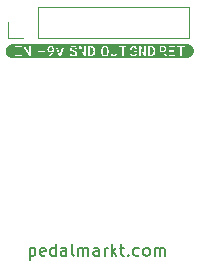
<source format=gbr>
%TF.GenerationSoftware,KiCad,Pcbnew,(6.0.9-0)*%
%TF.CreationDate,2024-03-23T13:24:56+01:00*%
%TF.ProjectId,pt-delay-minima-footswitch,70742d64-656c-4617-992d-6d696e696d61,rev?*%
%TF.SameCoordinates,Original*%
%TF.FileFunction,Legend,Top*%
%TF.FilePolarity,Positive*%
%FSLAX46Y46*%
G04 Gerber Fmt 4.6, Leading zero omitted, Abs format (unit mm)*
G04 Created by KiCad (PCBNEW (6.0.9-0)) date 2024-03-23 13:24:56*
%MOMM*%
%LPD*%
G01*
G04 APERTURE LIST*
%ADD10C,0.150000*%
%ADD11C,0.120000*%
%ADD12R,3.816000X3.816000*%
%ADD13O,4.200000X2.800000*%
%ADD14R,1.700000X1.700000*%
%ADD15O,1.700000X1.700000*%
%ADD16R,1.800000X1.800000*%
%ADD17C,1.800000*%
%ADD18C,1.600000*%
%ADD19O,1.600000X1.600000*%
G04 APERTURE END LIST*
D10*
%TO.C,SW1*%
X44565714Y-62777714D02*
X44565714Y-63777714D01*
X44565714Y-62825333D02*
X44660952Y-62777714D01*
X44851428Y-62777714D01*
X44946666Y-62825333D01*
X44994285Y-62872952D01*
X45041904Y-62968190D01*
X45041904Y-63253904D01*
X44994285Y-63349142D01*
X44946666Y-63396761D01*
X44851428Y-63444380D01*
X44660952Y-63444380D01*
X44565714Y-63396761D01*
X45851428Y-63396761D02*
X45756190Y-63444380D01*
X45565714Y-63444380D01*
X45470476Y-63396761D01*
X45422857Y-63301523D01*
X45422857Y-62920571D01*
X45470476Y-62825333D01*
X45565714Y-62777714D01*
X45756190Y-62777714D01*
X45851428Y-62825333D01*
X45899047Y-62920571D01*
X45899047Y-63015809D01*
X45422857Y-63111047D01*
X46756190Y-63444380D02*
X46756190Y-62444380D01*
X46756190Y-63396761D02*
X46660952Y-63444380D01*
X46470476Y-63444380D01*
X46375238Y-63396761D01*
X46327619Y-63349142D01*
X46280000Y-63253904D01*
X46280000Y-62968190D01*
X46327619Y-62872952D01*
X46375238Y-62825333D01*
X46470476Y-62777714D01*
X46660952Y-62777714D01*
X46756190Y-62825333D01*
X47660952Y-63444380D02*
X47660952Y-62920571D01*
X47613333Y-62825333D01*
X47518095Y-62777714D01*
X47327619Y-62777714D01*
X47232380Y-62825333D01*
X47660952Y-63396761D02*
X47565714Y-63444380D01*
X47327619Y-63444380D01*
X47232380Y-63396761D01*
X47184761Y-63301523D01*
X47184761Y-63206285D01*
X47232380Y-63111047D01*
X47327619Y-63063428D01*
X47565714Y-63063428D01*
X47660952Y-63015809D01*
X48280000Y-63444380D02*
X48184761Y-63396761D01*
X48137142Y-63301523D01*
X48137142Y-62444380D01*
X48660952Y-63444380D02*
X48660952Y-62777714D01*
X48660952Y-62872952D02*
X48708571Y-62825333D01*
X48803809Y-62777714D01*
X48946666Y-62777714D01*
X49041904Y-62825333D01*
X49089523Y-62920571D01*
X49089523Y-63444380D01*
X49089523Y-62920571D02*
X49137142Y-62825333D01*
X49232380Y-62777714D01*
X49375238Y-62777714D01*
X49470476Y-62825333D01*
X49518095Y-62920571D01*
X49518095Y-63444380D01*
X50422857Y-63444380D02*
X50422857Y-62920571D01*
X50375238Y-62825333D01*
X50280000Y-62777714D01*
X50089523Y-62777714D01*
X49994285Y-62825333D01*
X50422857Y-63396761D02*
X50327619Y-63444380D01*
X50089523Y-63444380D01*
X49994285Y-63396761D01*
X49946666Y-63301523D01*
X49946666Y-63206285D01*
X49994285Y-63111047D01*
X50089523Y-63063428D01*
X50327619Y-63063428D01*
X50422857Y-63015809D01*
X50899047Y-63444380D02*
X50899047Y-62777714D01*
X50899047Y-62968190D02*
X50946666Y-62872952D01*
X50994285Y-62825333D01*
X51089523Y-62777714D01*
X51184761Y-62777714D01*
X51518095Y-63444380D02*
X51518095Y-62444380D01*
X51613333Y-63063428D02*
X51899047Y-63444380D01*
X51899047Y-62777714D02*
X51518095Y-63158666D01*
X52184761Y-62777714D02*
X52565714Y-62777714D01*
X52327619Y-62444380D02*
X52327619Y-63301523D01*
X52375238Y-63396761D01*
X52470476Y-63444380D01*
X52565714Y-63444380D01*
X52899047Y-63349142D02*
X52946666Y-63396761D01*
X52899047Y-63444380D01*
X52851428Y-63396761D01*
X52899047Y-63349142D01*
X52899047Y-63444380D01*
X53803809Y-63396761D02*
X53708571Y-63444380D01*
X53518095Y-63444380D01*
X53422857Y-63396761D01*
X53375238Y-63349142D01*
X53327619Y-63253904D01*
X53327619Y-62968190D01*
X53375238Y-62872952D01*
X53422857Y-62825333D01*
X53518095Y-62777714D01*
X53708571Y-62777714D01*
X53803809Y-62825333D01*
X54375238Y-63444380D02*
X54280000Y-63396761D01*
X54232380Y-63349142D01*
X54184761Y-63253904D01*
X54184761Y-62968190D01*
X54232380Y-62872952D01*
X54280000Y-62825333D01*
X54375238Y-62777714D01*
X54518095Y-62777714D01*
X54613333Y-62825333D01*
X54660952Y-62872952D01*
X54708571Y-62968190D01*
X54708571Y-63253904D01*
X54660952Y-63349142D01*
X54613333Y-63396761D01*
X54518095Y-63444380D01*
X54375238Y-63444380D01*
X55137142Y-63444380D02*
X55137142Y-62777714D01*
X55137142Y-62872952D02*
X55184761Y-62825333D01*
X55280000Y-62777714D01*
X55422857Y-62777714D01*
X55518095Y-62825333D01*
X55565714Y-62920571D01*
X55565714Y-63444380D01*
X55565714Y-62920571D02*
X55613333Y-62825333D01*
X55708571Y-62777714D01*
X55851428Y-62777714D01*
X55946666Y-62825333D01*
X55994285Y-62920571D01*
X55994285Y-63444380D01*
%TO.C,kibuzzard-65F1D5BE*%
G36*
X51003200Y-45788421D02*
G01*
X51061620Y-45852715D01*
X51089137Y-45918402D01*
X51105647Y-46001164D01*
X51111150Y-46101000D01*
X51105647Y-46200836D01*
X51089137Y-46283598D01*
X51061620Y-46349285D01*
X51003200Y-46413579D01*
X50927000Y-46435010D01*
X50849847Y-46413579D01*
X50791110Y-46349285D01*
X50763593Y-46283598D01*
X50747083Y-46200836D01*
X50741580Y-46101000D01*
X50747083Y-46001164D01*
X50763593Y-45918402D01*
X50791110Y-45852715D01*
X50849847Y-45788421D01*
X50927000Y-45766990D01*
X51003200Y-45788421D01*
G37*
G36*
X50502397Y-45537967D02*
G01*
X52875603Y-45537967D01*
X52875603Y-46664033D01*
X50502397Y-46664033D01*
X50502397Y-46101000D01*
X50608230Y-46101000D01*
X50613588Y-46202997D01*
X50629661Y-46293088D01*
X50656450Y-46371272D01*
X50693955Y-46437550D01*
X50757949Y-46504578D01*
X50835631Y-46544794D01*
X50927000Y-46558200D01*
X51017664Y-46544653D01*
X51094922Y-46504013D01*
X51158775Y-46436280D01*
X51196280Y-46369605D01*
X51223069Y-46291500D01*
X51231732Y-46243240D01*
X51398170Y-46243240D01*
X51406989Y-46336303D01*
X51433448Y-46413984D01*
X51477545Y-46476285D01*
X51536318Y-46521793D01*
X51606803Y-46549098D01*
X51689000Y-46558200D01*
X51771056Y-46549098D01*
X51841118Y-46521793D01*
X51899185Y-46476285D01*
X51942577Y-46413984D01*
X51968612Y-46336303D01*
X51977290Y-46243240D01*
X51977290Y-45777150D01*
X52129690Y-45777150D01*
X52382420Y-45777150D01*
X52382420Y-46545500D01*
X52515770Y-46545500D01*
X52515770Y-45777150D01*
X52769770Y-45777150D01*
X52769770Y-45656500D01*
X52129690Y-45656500D01*
X52129690Y-45777150D01*
X51977290Y-45777150D01*
X51977290Y-45656500D01*
X51843940Y-45656500D01*
X51843940Y-46258480D01*
X51833145Y-46332934D01*
X51800760Y-46388655D01*
X51751230Y-46423421D01*
X51689000Y-46435010D01*
X51625659Y-46423421D01*
X51575335Y-46388655D01*
X51542474Y-46332934D01*
X51531520Y-46258480D01*
X51531520Y-45656500D01*
X51398170Y-45656500D01*
X51398170Y-46243240D01*
X51231732Y-46243240D01*
X51239142Y-46201965D01*
X51244500Y-46101000D01*
X51239142Y-46000035D01*
X51223069Y-45910500D01*
X51196280Y-45832395D01*
X51158775Y-45765720D01*
X51094922Y-45697987D01*
X51017664Y-45657347D01*
X50927000Y-45643800D01*
X50835631Y-45657347D01*
X50757949Y-45697987D01*
X50693955Y-45765720D01*
X50656450Y-45832395D01*
X50629661Y-45910500D01*
X50613588Y-46000035D01*
X50608230Y-46101000D01*
X50502397Y-46101000D01*
X50502397Y-45537967D01*
G37*
%TO.C,kibuzzard-65F1D61D*%
G36*
X43034237Y-46669748D02*
G01*
X42978759Y-46661519D01*
X42924356Y-46647891D01*
X42871550Y-46628997D01*
X42820850Y-46605018D01*
X42772745Y-46576185D01*
X42731372Y-46545500D01*
X43301920Y-46545500D01*
X43879770Y-46545500D01*
X44061380Y-46545500D01*
X44185840Y-46545500D01*
X44185840Y-45910500D01*
X44194730Y-45910500D01*
X44510960Y-46545500D01*
X44645580Y-46545500D01*
X44645580Y-45656500D01*
X44521120Y-45656500D01*
X44521120Y-46292770D01*
X44512230Y-46292770D01*
X44196000Y-45656500D01*
X44061380Y-45656500D01*
X44061380Y-46545500D01*
X43879770Y-46545500D01*
X43879770Y-46427390D01*
X43658790Y-46427390D01*
X43658790Y-45774610D01*
X43873420Y-45774610D01*
X43873420Y-45656500D01*
X43308270Y-45656500D01*
X43308270Y-45774610D01*
X43525440Y-45774610D01*
X43525440Y-46427390D01*
X43301920Y-46427390D01*
X43301920Y-46545500D01*
X42731372Y-46545500D01*
X42727698Y-46542775D01*
X42686142Y-46505112D01*
X42648478Y-46463556D01*
X42615068Y-46418508D01*
X42586235Y-46370403D01*
X42562256Y-46319704D01*
X42543362Y-46266898D01*
X42529735Y-46212494D01*
X42521505Y-46157017D01*
X42518753Y-46101000D01*
X42521505Y-46044983D01*
X42529735Y-45989506D01*
X42543362Y-45935102D01*
X42562256Y-45882296D01*
X42586235Y-45831597D01*
X42615068Y-45783492D01*
X42648478Y-45738444D01*
X42686142Y-45696888D01*
X42727698Y-45659225D01*
X42772745Y-45625815D01*
X42820850Y-45596982D01*
X42871550Y-45573003D01*
X42924356Y-45554109D01*
X42978759Y-45540481D01*
X43034237Y-45532252D01*
X43090253Y-45529500D01*
X44857247Y-45529500D01*
X44857247Y-46672500D01*
X43090253Y-46672500D01*
X43034237Y-46669748D01*
G37*
%TO.C,kibuzzard-65BA2AF1*%
G36*
X55335805Y-45540083D02*
G01*
X57895278Y-45540083D01*
X57950258Y-45542784D01*
X58004708Y-45550861D01*
X58058104Y-45564236D01*
X58109932Y-45582781D01*
X58159693Y-45606316D01*
X58206907Y-45634615D01*
X58251120Y-45667406D01*
X58291906Y-45704372D01*
X58328873Y-45745158D01*
X58361663Y-45789371D01*
X58389963Y-45836586D01*
X58413498Y-45886346D01*
X58432042Y-45938174D01*
X58445417Y-45991571D01*
X58453494Y-46046021D01*
X58456195Y-46101000D01*
X58453494Y-46155979D01*
X58445417Y-46210429D01*
X58432042Y-46263826D01*
X58413498Y-46315654D01*
X58389963Y-46365414D01*
X58361663Y-46412629D01*
X58328873Y-46456842D01*
X58291906Y-46497628D01*
X58251120Y-46534594D01*
X58206907Y-46567385D01*
X58159693Y-46595684D01*
X58109932Y-46619219D01*
X58058104Y-46637764D01*
X58004708Y-46651139D01*
X57950258Y-46659216D01*
X57895278Y-46661917D01*
X55335805Y-46661917D01*
X55335805Y-46545500D01*
X55547472Y-46545500D01*
X55678282Y-46545500D01*
X55678282Y-46182280D01*
X55820522Y-46182280D01*
X56027532Y-46545500D01*
X56171042Y-46545500D01*
X56328522Y-46545500D01*
X56878432Y-46545500D01*
X56878432Y-46427390D01*
X56459332Y-46427390D01*
X56459332Y-46153070D01*
X56811122Y-46153070D01*
X56811122Y-46036230D01*
X56459332Y-46036230D01*
X56459332Y-45777150D01*
X57043532Y-45777150D01*
X57296262Y-45777150D01*
X57296262Y-46545500D01*
X57429612Y-46545500D01*
X57429612Y-45777150D01*
X57683612Y-45777150D01*
X57683612Y-45656500D01*
X57043532Y-45656500D01*
X57043532Y-45777150D01*
X56459332Y-45777150D01*
X56459332Y-45774610D01*
X56865732Y-45774610D01*
X56865732Y-45656500D01*
X56328522Y-45656500D01*
X56328522Y-46545500D01*
X56171042Y-46545500D01*
X55950062Y-46159420D01*
X56027055Y-46123384D01*
X56085317Y-46068615D01*
X56121988Y-45997336D01*
X56134212Y-45911770D01*
X56125745Y-45839803D01*
X56100345Y-45777997D01*
X56058012Y-45726350D01*
X56001426Y-45687544D01*
X55933269Y-45664261D01*
X55853542Y-45656500D01*
X55547472Y-45656500D01*
X55547472Y-46545500D01*
X55335805Y-46545500D01*
X55335805Y-45540083D01*
G37*
G36*
X55903865Y-45781754D02*
G01*
X55955777Y-45810805D01*
X55988638Y-45857001D01*
X55999592Y-45918120D01*
X55988638Y-45978763D01*
X55955777Y-46026070D01*
X55903865Y-46056550D01*
X55835762Y-46066710D01*
X55678282Y-46066710D01*
X55678282Y-45772070D01*
X55835762Y-45772070D01*
X55903865Y-45781754D01*
G37*
%TO.C,kibuzzard-65F1D5F5*%
G36*
X44866772Y-45529500D02*
G01*
X47843228Y-45529500D01*
X47843228Y-46672500D01*
X44866772Y-46672500D01*
X44866772Y-46211490D01*
X45290105Y-46211490D01*
X45519975Y-46211490D01*
X45519975Y-46437550D01*
X45634275Y-46437550D01*
X45634275Y-46211490D01*
X45862875Y-46211490D01*
X45862875Y-46104810D01*
X45634275Y-46104810D01*
X45634275Y-45957490D01*
X46062265Y-45957490D01*
X46070167Y-46028398D01*
X46093874Y-46090417D01*
X46133385Y-46143545D01*
X46213712Y-46198314D01*
X46312455Y-46216570D01*
X46407705Y-46200060D01*
X46189265Y-46513750D01*
X46349285Y-46513750D01*
X46524545Y-46243240D01*
X46566455Y-46174819D01*
X46598205Y-46109255D01*
X46618208Y-46041786D01*
X46624875Y-45967650D01*
X46616197Y-45889263D01*
X46612143Y-45878750D01*
X46781085Y-45878750D01*
X47022385Y-46513750D01*
X47179865Y-46513750D01*
X47419895Y-45878750D01*
X47287815Y-45878750D01*
X47106205Y-46379130D01*
X47097315Y-46379130D01*
X46914435Y-45878750D01*
X46781085Y-45878750D01*
X46612143Y-45878750D01*
X46590162Y-45821741D01*
X46546770Y-45765085D01*
X46489408Y-45722399D01*
X46421463Y-45696787D01*
X46342935Y-45688250D01*
X46265747Y-45696576D01*
X46198437Y-45721552D01*
X46141005Y-45763180D01*
X46097261Y-45818072D01*
X46071014Y-45882842D01*
X46062265Y-45957490D01*
X45634275Y-45957490D01*
X45634275Y-45878750D01*
X45519975Y-45878750D01*
X45519975Y-46104810D01*
X45290105Y-46104810D01*
X45290105Y-46211490D01*
X44866772Y-46211490D01*
X44866772Y-45529500D01*
G37*
G36*
X46402625Y-45806836D02*
G01*
X46450885Y-45842555D01*
X46482317Y-45895736D01*
X46492795Y-45960030D01*
X46482476Y-46021943D01*
X46451520Y-46073060D01*
X46403419Y-46107350D01*
X46341665Y-46118780D01*
X46279117Y-46107509D01*
X46231175Y-46073695D01*
X46200695Y-46022736D01*
X46190535Y-45960030D01*
X46200854Y-45895736D01*
X46231810Y-45842555D01*
X46279911Y-45806836D01*
X46341665Y-45794930D01*
X46402625Y-45806836D01*
G37*
%TO.C,kibuzzard-65F1D58A*%
G36*
X52706270Y-45537967D02*
G01*
X55497730Y-45537967D01*
X55497730Y-46664033D01*
X52706270Y-46664033D01*
X52706270Y-46116240D01*
X53023770Y-46116240D01*
X53028731Y-46216213D01*
X53043614Y-46304041D01*
X53068418Y-46379725D01*
X53103145Y-46443265D01*
X53163470Y-46507118D01*
X53238612Y-46545429D01*
X53328570Y-46558200D01*
X53399531Y-46550897D01*
X53454935Y-46528990D01*
X53517800Y-46469300D01*
X53526690Y-46469300D01*
X53541930Y-46545500D01*
X53644800Y-46545500D01*
X53812440Y-46545500D01*
X53936900Y-46545500D01*
X53936900Y-45910500D01*
X53945790Y-45910500D01*
X54262020Y-46545500D01*
X54396640Y-46545500D01*
X54574440Y-46545500D01*
X54799230Y-46545500D01*
X54886979Y-46537999D01*
X54963536Y-46515496D01*
X55028902Y-46477992D01*
X55083075Y-46425485D01*
X55125580Y-46360040D01*
X55155941Y-46283721D01*
X55174158Y-46196528D01*
X55180230Y-46098460D01*
X55174118Y-46001583D01*
X55155782Y-45915421D01*
X55125223Y-45839975D01*
X55082440Y-45775245D01*
X55028068Y-45723294D01*
X54962743Y-45686186D01*
X54886463Y-45663922D01*
X54799230Y-45656500D01*
X54574440Y-45656500D01*
X54574440Y-46545500D01*
X54396640Y-46545500D01*
X54396640Y-45656500D01*
X54272180Y-45656500D01*
X54272180Y-46292770D01*
X54263290Y-46292770D01*
X53947060Y-45656500D01*
X53812440Y-45656500D01*
X53812440Y-46545500D01*
X53644800Y-46545500D01*
X53644800Y-46075600D01*
X53346350Y-46075600D01*
X53346350Y-46182280D01*
X53515260Y-46182280D01*
X53515260Y-46253400D01*
X53504306Y-46333093D01*
X53471445Y-46391830D01*
X53419851Y-46428025D01*
X53352700Y-46440090D01*
X53283663Y-46427136D01*
X53229967Y-46388274D01*
X53191613Y-46323504D01*
X53168601Y-46232826D01*
X53160930Y-46116240D01*
X53166574Y-46011747D01*
X53183508Y-45925176D01*
X53211730Y-45856525D01*
X53272690Y-45789374D01*
X53353970Y-45766990D01*
X53420292Y-45783500D01*
X53468552Y-45833030D01*
X53498750Y-45915580D01*
X53638450Y-45915580D01*
X53621658Y-45836346D01*
X53591601Y-45769671D01*
X53548280Y-45715555D01*
X53493388Y-45675691D01*
X53428618Y-45651773D01*
X53353970Y-45643800D01*
X53258156Y-45657699D01*
X53177299Y-45699398D01*
X53111400Y-45768895D01*
X53073062Y-45837515D01*
X53045677Y-45918279D01*
X53029247Y-46011187D01*
X53023770Y-46116240D01*
X52706270Y-46116240D01*
X52706270Y-45537967D01*
G37*
G36*
X54868833Y-45786075D02*
G01*
X54932016Y-45812851D01*
X54981157Y-45857478D01*
X55016259Y-45919954D01*
X55037320Y-46000282D01*
X55044340Y-46098460D01*
X55037214Y-46196603D01*
X55015836Y-46277671D01*
X54980205Y-46341665D01*
X54930746Y-46387879D01*
X54867881Y-46415607D01*
X54791610Y-46424850D01*
X54707790Y-46424850D01*
X54707790Y-45777150D01*
X54791610Y-45777150D01*
X54868833Y-45786075D01*
G37*
%TO.C,kibuzzard-65F1D635*%
G36*
X47522977Y-45535321D02*
G01*
X50521023Y-45535321D01*
X50521023Y-46666679D01*
X47522977Y-46666679D01*
X47522977Y-46287796D01*
X47946310Y-46287796D01*
X47959574Y-46366465D01*
X47989208Y-46433140D01*
X48035210Y-46487821D01*
X48096029Y-46528390D01*
X48170112Y-46552732D01*
X48257460Y-46560846D01*
X48340010Y-46553790D01*
X48359087Y-46548146D01*
X48729900Y-46548146D01*
X48854360Y-46548146D01*
X48854360Y-45913146D01*
X48863250Y-45913146D01*
X49179480Y-46548146D01*
X49314100Y-46548146D01*
X49491900Y-46548146D01*
X49716690Y-46548146D01*
X49804439Y-46540645D01*
X49880996Y-46518142D01*
X49946362Y-46480637D01*
X50000535Y-46428131D01*
X50043040Y-46362686D01*
X50073401Y-46286367D01*
X50091618Y-46199174D01*
X50097690Y-46101106D01*
X50091578Y-46004229D01*
X50073242Y-45918067D01*
X50042683Y-45842621D01*
X49999900Y-45777891D01*
X49945528Y-45725940D01*
X49880202Y-45688832D01*
X49803923Y-45666567D01*
X49716690Y-45659146D01*
X49491900Y-45659146D01*
X49491900Y-46548146D01*
X49314100Y-46548146D01*
X49314100Y-45659146D01*
X49189640Y-45659146D01*
X49189640Y-46295416D01*
X49180750Y-46295416D01*
X48864520Y-45659146D01*
X48729900Y-45659146D01*
X48729900Y-46548146D01*
X48359087Y-46548146D01*
X48411553Y-46532624D01*
X48472090Y-46497346D01*
X48517951Y-46448663D01*
X48545468Y-46387279D01*
X48554640Y-46313196D01*
X48544480Y-46240806D01*
X48520350Y-46183021D01*
X48480980Y-46137301D01*
X48437800Y-46102376D01*
X48388270Y-46075706D01*
X48343185Y-46056656D01*
X48300640Y-46041416D01*
X48271430Y-46031256D01*
X48223170Y-46015381D01*
X48183165Y-45997601D01*
X48141255Y-45971566D01*
X48119030Y-45938546D01*
X48107600Y-45891556D01*
X48118236Y-45839645D01*
X48150145Y-45798211D01*
X48199516Y-45771065D01*
X48262540Y-45762016D01*
X48326675Y-45771700D01*
X48376840Y-45800751D01*
X48410812Y-45845360D01*
X48426370Y-45901716D01*
X48552100Y-45901716D01*
X48540529Y-45831654D01*
X48512589Y-45770483D01*
X48468280Y-45718201D01*
X48410424Y-45678337D01*
X48341844Y-45654419D01*
X48262540Y-45646446D01*
X48183659Y-45653995D01*
X48114656Y-45676644D01*
X48055530Y-45714391D01*
X48010374Y-45764697D01*
X47983281Y-45825022D01*
X47974250Y-45895366D01*
X47993935Y-45992521D01*
X48051085Y-46063006D01*
X48123475Y-46108091D01*
X48207930Y-46141746D01*
X48240950Y-46151906D01*
X48308260Y-46176036D01*
X48362235Y-46205246D01*
X48407320Y-46251601D01*
X48421290Y-46317006D01*
X48409701Y-46373521D01*
X48374935Y-46413526D01*
X48322706Y-46437338D01*
X48258730Y-46445276D01*
X48188086Y-46435116D01*
X48133635Y-46404636D01*
X48096646Y-46355106D01*
X48078390Y-46287796D01*
X47946310Y-46287796D01*
X47522977Y-46287796D01*
X47522977Y-45535321D01*
G37*
G36*
X49786293Y-45788721D02*
G01*
X49849476Y-45815497D01*
X49898617Y-45860123D01*
X49933719Y-45922600D01*
X49954780Y-46002928D01*
X49961800Y-46101106D01*
X49954674Y-46199249D01*
X49933296Y-46280317D01*
X49897665Y-46344311D01*
X49848206Y-46390525D01*
X49785341Y-46418253D01*
X49709070Y-46427496D01*
X49625250Y-46427496D01*
X49625250Y-45779796D01*
X49709070Y-45779796D01*
X49786293Y-45788721D01*
G37*
D11*
%TO.C,J1*%
X45288000Y-45018000D02*
X58048000Y-45018000D01*
X45288000Y-42358000D02*
X58048000Y-42358000D01*
X45288000Y-45018000D02*
X45288000Y-42358000D01*
X58048000Y-45018000D02*
X58048000Y-42358000D01*
X42688000Y-45018000D02*
X42688000Y-43688000D01*
X44018000Y-45018000D02*
X42688000Y-45018000D01*
%TD*%
%LPC*%
D12*
%TO.C,SW1*%
X45200000Y-50800000D03*
D13*
X45200000Y-55500000D03*
X45200000Y-60200000D03*
X50280000Y-50800000D03*
X50280000Y-55500000D03*
X50280000Y-60200000D03*
X55360000Y-50800000D03*
X55360000Y-55500000D03*
X55360000Y-60200000D03*
%TD*%
D14*
%TO.C,J1*%
X44018000Y-43688000D03*
D15*
X46558000Y-43688000D03*
X49098000Y-43688000D03*
X51638000Y-43688000D03*
X54178000Y-43688000D03*
X56718000Y-43688000D03*
%TD*%
D16*
%TO.C,D1*%
X72280000Y-56770000D03*
D17*
X72280000Y-54230000D03*
%TD*%
D18*
%TO.C,R1*%
X62484000Y-63119000D03*
D19*
X62484000Y-55499000D03*
%TD*%
M02*

</source>
